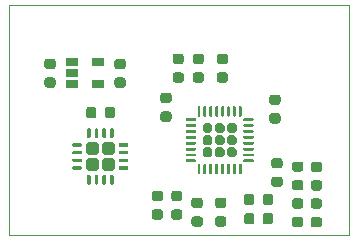
<source format=gbr>
G04 #@! TF.GenerationSoftware,KiCad,Pcbnew,5.1.9*
G04 #@! TF.CreationDate,2021-03-07T10:51:21+01:00*
G04 #@! TF.ProjectId,UniAmp,556e6941-6d70-42e6-9b69-6361645f7063,rev?*
G04 #@! TF.SameCoordinates,Original*
G04 #@! TF.FileFunction,Paste,Top*
G04 #@! TF.FilePolarity,Positive*
%FSLAX46Y46*%
G04 Gerber Fmt 4.6, Leading zero omitted, Abs format (unit mm)*
G04 Created by KiCad (PCBNEW 5.1.9) date 2021-03-07 10:51:21*
%MOMM*%
%LPD*%
G01*
G04 APERTURE LIST*
G04 #@! TA.AperFunction,Profile*
%ADD10C,0.050000*%
G04 #@! TD*
%ADD11R,1.060000X0.650000*%
G04 APERTURE END LIST*
D10*
X113010000Y-56530000D02*
X113010000Y-75960000D01*
X141850000Y-56530000D02*
X113010000Y-56530000D01*
X141850000Y-75960000D02*
X141850000Y-56530000D01*
X113010000Y-75960000D02*
X141850000Y-75960000D01*
G36*
G01*
X126053750Y-63925000D02*
X126566250Y-63925000D01*
G75*
G02*
X126785000Y-64143750I0J-218750D01*
G01*
X126785000Y-64581250D01*
G75*
G02*
X126566250Y-64800000I-218750J0D01*
G01*
X126053750Y-64800000D01*
G75*
G02*
X125835000Y-64581250I0J218750D01*
G01*
X125835000Y-64143750D01*
G75*
G02*
X126053750Y-63925000I218750J0D01*
G01*
G37*
G36*
G01*
X126053750Y-65500000D02*
X126566250Y-65500000D01*
G75*
G02*
X126785000Y-65718750I0J-218750D01*
G01*
X126785000Y-66156250D01*
G75*
G02*
X126566250Y-66375000I-218750J0D01*
G01*
X126053750Y-66375000D01*
G75*
G02*
X125835000Y-66156250I0J218750D01*
G01*
X125835000Y-65718750D01*
G75*
G02*
X126053750Y-65500000I218750J0D01*
G01*
G37*
G36*
G01*
X122005000Y-65343750D02*
X122005000Y-65856250D01*
G75*
G02*
X121786250Y-66075000I-218750J0D01*
G01*
X121348750Y-66075000D01*
G75*
G02*
X121130000Y-65856250I0J218750D01*
G01*
X121130000Y-65343750D01*
G75*
G02*
X121348750Y-65125000I218750J0D01*
G01*
X121786250Y-65125000D01*
G75*
G02*
X122005000Y-65343750I0J-218750D01*
G01*
G37*
G36*
G01*
X120430000Y-65343750D02*
X120430000Y-65856250D01*
G75*
G02*
X120211250Y-66075000I-218750J0D01*
G01*
X119773750Y-66075000D01*
G75*
G02*
X119555000Y-65856250I0J218750D01*
G01*
X119555000Y-65343750D01*
G75*
G02*
X119773750Y-65125000I218750J0D01*
G01*
X120211250Y-65125000D01*
G75*
G02*
X120430000Y-65343750I0J-218750D01*
G01*
G37*
G36*
G01*
X127093750Y-62197500D02*
X127606250Y-62197500D01*
G75*
G02*
X127825000Y-62416250I0J-218750D01*
G01*
X127825000Y-62853750D01*
G75*
G02*
X127606250Y-63072500I-218750J0D01*
G01*
X127093750Y-63072500D01*
G75*
G02*
X126875000Y-62853750I0J218750D01*
G01*
X126875000Y-62416250D01*
G75*
G02*
X127093750Y-62197500I218750J0D01*
G01*
G37*
G36*
G01*
X127093750Y-60622500D02*
X127606250Y-60622500D01*
G75*
G02*
X127825000Y-60841250I0J-218750D01*
G01*
X127825000Y-61278750D01*
G75*
G02*
X127606250Y-61497500I-218750J0D01*
G01*
X127093750Y-61497500D01*
G75*
G02*
X126875000Y-61278750I0J218750D01*
G01*
X126875000Y-60841250D01*
G75*
G02*
X127093750Y-60622500I218750J0D01*
G01*
G37*
G36*
G01*
X128693750Y-72812500D02*
X129206250Y-72812500D01*
G75*
G02*
X129425000Y-73031250I0J-218750D01*
G01*
X129425000Y-73468750D01*
G75*
G02*
X129206250Y-73687500I-218750J0D01*
G01*
X128693750Y-73687500D01*
G75*
G02*
X128475000Y-73468750I0J218750D01*
G01*
X128475000Y-73031250D01*
G75*
G02*
X128693750Y-72812500I218750J0D01*
G01*
G37*
G36*
G01*
X128693750Y-74387500D02*
X129206250Y-74387500D01*
G75*
G02*
X129425000Y-74606250I0J-218750D01*
G01*
X129425000Y-75043750D01*
G75*
G02*
X129206250Y-75262500I-218750J0D01*
G01*
X128693750Y-75262500D01*
G75*
G02*
X128475000Y-75043750I0J218750D01*
G01*
X128475000Y-74606250D01*
G75*
G02*
X128693750Y-74387500I218750J0D01*
G01*
G37*
G36*
G01*
X128793750Y-62197500D02*
X129306250Y-62197500D01*
G75*
G02*
X129525000Y-62416250I0J-218750D01*
G01*
X129525000Y-62853750D01*
G75*
G02*
X129306250Y-63072500I-218750J0D01*
G01*
X128793750Y-63072500D01*
G75*
G02*
X128575000Y-62853750I0J218750D01*
G01*
X128575000Y-62416250D01*
G75*
G02*
X128793750Y-62197500I218750J0D01*
G01*
G37*
G36*
G01*
X128793750Y-60622500D02*
X129306250Y-60622500D01*
G75*
G02*
X129525000Y-60841250I0J-218750D01*
G01*
X129525000Y-61278750D01*
G75*
G02*
X129306250Y-61497500I-218750J0D01*
G01*
X128793750Y-61497500D01*
G75*
G02*
X128575000Y-61278750I0J218750D01*
G01*
X128575000Y-60841250D01*
G75*
G02*
X128793750Y-60622500I218750J0D01*
G01*
G37*
G36*
G01*
X130833750Y-60622500D02*
X131346250Y-60622500D01*
G75*
G02*
X131565000Y-60841250I0J-218750D01*
G01*
X131565000Y-61278750D01*
G75*
G02*
X131346250Y-61497500I-218750J0D01*
G01*
X130833750Y-61497500D01*
G75*
G02*
X130615000Y-61278750I0J218750D01*
G01*
X130615000Y-60841250D01*
G75*
G02*
X130833750Y-60622500I218750J0D01*
G01*
G37*
G36*
G01*
X130833750Y-62197500D02*
X131346250Y-62197500D01*
G75*
G02*
X131565000Y-62416250I0J-218750D01*
G01*
X131565000Y-62853750D01*
G75*
G02*
X131346250Y-63072500I-218750J0D01*
G01*
X130833750Y-63072500D01*
G75*
G02*
X130615000Y-62853750I0J218750D01*
G01*
X130615000Y-62416250D01*
G75*
G02*
X130833750Y-62197500I218750J0D01*
G01*
G37*
G36*
G01*
X130693750Y-74387500D02*
X131206250Y-74387500D01*
G75*
G02*
X131425000Y-74606250I0J-218750D01*
G01*
X131425000Y-75043750D01*
G75*
G02*
X131206250Y-75262500I-218750J0D01*
G01*
X130693750Y-75262500D01*
G75*
G02*
X130475000Y-75043750I0J218750D01*
G01*
X130475000Y-74606250D01*
G75*
G02*
X130693750Y-74387500I218750J0D01*
G01*
G37*
G36*
G01*
X130693750Y-72812500D02*
X131206250Y-72812500D01*
G75*
G02*
X131425000Y-73031250I0J-218750D01*
G01*
X131425000Y-73468750D01*
G75*
G02*
X131206250Y-73687500I-218750J0D01*
G01*
X130693750Y-73687500D01*
G75*
G02*
X130475000Y-73468750I0J218750D01*
G01*
X130475000Y-73031250D01*
G75*
G02*
X130693750Y-72812500I218750J0D01*
G01*
G37*
G36*
G01*
X135283750Y-64077500D02*
X135796250Y-64077500D01*
G75*
G02*
X136015000Y-64296250I0J-218750D01*
G01*
X136015000Y-64733750D01*
G75*
G02*
X135796250Y-64952500I-218750J0D01*
G01*
X135283750Y-64952500D01*
G75*
G02*
X135065000Y-64733750I0J218750D01*
G01*
X135065000Y-64296250D01*
G75*
G02*
X135283750Y-64077500I218750J0D01*
G01*
G37*
G36*
G01*
X135283750Y-65652500D02*
X135796250Y-65652500D01*
G75*
G02*
X136015000Y-65871250I0J-218750D01*
G01*
X136015000Y-66308750D01*
G75*
G02*
X135796250Y-66527500I-218750J0D01*
G01*
X135283750Y-66527500D01*
G75*
G02*
X135065000Y-66308750I0J218750D01*
G01*
X135065000Y-65871250D01*
G75*
G02*
X135283750Y-65652500I218750J0D01*
G01*
G37*
G36*
G01*
X135453750Y-71027500D02*
X135966250Y-71027500D01*
G75*
G02*
X136185000Y-71246250I0J-218750D01*
G01*
X136185000Y-71683750D01*
G75*
G02*
X135966250Y-71902500I-218750J0D01*
G01*
X135453750Y-71902500D01*
G75*
G02*
X135235000Y-71683750I0J218750D01*
G01*
X135235000Y-71246250D01*
G75*
G02*
X135453750Y-71027500I218750J0D01*
G01*
G37*
G36*
G01*
X135453750Y-69452500D02*
X135966250Y-69452500D01*
G75*
G02*
X136185000Y-69671250I0J-218750D01*
G01*
X136185000Y-70108750D01*
G75*
G02*
X135966250Y-70327500I-218750J0D01*
G01*
X135453750Y-70327500D01*
G75*
G02*
X135235000Y-70108750I0J218750D01*
G01*
X135235000Y-69671250D01*
G75*
G02*
X135453750Y-69452500I218750J0D01*
G01*
G37*
G36*
G01*
X133802500Y-72703750D02*
X133802500Y-73216250D01*
G75*
G02*
X133583750Y-73435000I-218750J0D01*
G01*
X133146250Y-73435000D01*
G75*
G02*
X132927500Y-73216250I0J218750D01*
G01*
X132927500Y-72703750D01*
G75*
G02*
X133146250Y-72485000I218750J0D01*
G01*
X133583750Y-72485000D01*
G75*
G02*
X133802500Y-72703750I0J-218750D01*
G01*
G37*
G36*
G01*
X135377500Y-72703750D02*
X135377500Y-73216250D01*
G75*
G02*
X135158750Y-73435000I-218750J0D01*
G01*
X134721250Y-73435000D01*
G75*
G02*
X134502500Y-73216250I0J218750D01*
G01*
X134502500Y-72703750D01*
G75*
G02*
X134721250Y-72485000I218750J0D01*
G01*
X135158750Y-72485000D01*
G75*
G02*
X135377500Y-72703750I0J-218750D01*
G01*
G37*
G36*
G01*
X135377500Y-74323750D02*
X135377500Y-74836250D01*
G75*
G02*
X135158750Y-75055000I-218750J0D01*
G01*
X134721250Y-75055000D01*
G75*
G02*
X134502500Y-74836250I0J218750D01*
G01*
X134502500Y-74323750D01*
G75*
G02*
X134721250Y-74105000I218750J0D01*
G01*
X135158750Y-74105000D01*
G75*
G02*
X135377500Y-74323750I0J-218750D01*
G01*
G37*
G36*
G01*
X133802500Y-74323750D02*
X133802500Y-74836250D01*
G75*
G02*
X133583750Y-75055000I-218750J0D01*
G01*
X133146250Y-75055000D01*
G75*
G02*
X132927500Y-74836250I0J218750D01*
G01*
X132927500Y-74323750D01*
G75*
G02*
X133146250Y-74105000I218750J0D01*
G01*
X133583750Y-74105000D01*
G75*
G02*
X133802500Y-74323750I0J-218750D01*
G01*
G37*
G36*
G01*
X116243750Y-62617500D02*
X116756250Y-62617500D01*
G75*
G02*
X116975000Y-62836250I0J-218750D01*
G01*
X116975000Y-63273750D01*
G75*
G02*
X116756250Y-63492500I-218750J0D01*
G01*
X116243750Y-63492500D01*
G75*
G02*
X116025000Y-63273750I0J218750D01*
G01*
X116025000Y-62836250D01*
G75*
G02*
X116243750Y-62617500I218750J0D01*
G01*
G37*
G36*
G01*
X116243750Y-61042500D02*
X116756250Y-61042500D01*
G75*
G02*
X116975000Y-61261250I0J-218750D01*
G01*
X116975000Y-61698750D01*
G75*
G02*
X116756250Y-61917500I-218750J0D01*
G01*
X116243750Y-61917500D01*
G75*
G02*
X116025000Y-61698750I0J218750D01*
G01*
X116025000Y-61261250D01*
G75*
G02*
X116243750Y-61042500I218750J0D01*
G01*
G37*
G36*
G01*
X122173750Y-61052500D02*
X122686250Y-61052500D01*
G75*
G02*
X122905000Y-61271250I0J-218750D01*
G01*
X122905000Y-61708750D01*
G75*
G02*
X122686250Y-61927500I-218750J0D01*
G01*
X122173750Y-61927500D01*
G75*
G02*
X121955000Y-61708750I0J218750D01*
G01*
X121955000Y-61271250D01*
G75*
G02*
X122173750Y-61052500I218750J0D01*
G01*
G37*
G36*
G01*
X122173750Y-62627500D02*
X122686250Y-62627500D01*
G75*
G02*
X122905000Y-62846250I0J-218750D01*
G01*
X122905000Y-63283750D01*
G75*
G02*
X122686250Y-63502500I-218750J0D01*
G01*
X122173750Y-63502500D01*
G75*
G02*
X121955000Y-63283750I0J218750D01*
G01*
X121955000Y-62846250D01*
G75*
G02*
X122173750Y-62627500I218750J0D01*
G01*
G37*
G36*
G01*
X125846250Y-73090000D02*
X125333750Y-73090000D01*
G75*
G02*
X125115000Y-72871250I0J218750D01*
G01*
X125115000Y-72433750D01*
G75*
G02*
X125333750Y-72215000I218750J0D01*
G01*
X125846250Y-72215000D01*
G75*
G02*
X126065000Y-72433750I0J-218750D01*
G01*
X126065000Y-72871250D01*
G75*
G02*
X125846250Y-73090000I-218750J0D01*
G01*
G37*
G36*
G01*
X125846250Y-74665000D02*
X125333750Y-74665000D01*
G75*
G02*
X125115000Y-74446250I0J218750D01*
G01*
X125115000Y-74008750D01*
G75*
G02*
X125333750Y-73790000I218750J0D01*
G01*
X125846250Y-73790000D01*
G75*
G02*
X126065000Y-74008750I0J-218750D01*
G01*
X126065000Y-74446250D01*
G75*
G02*
X125846250Y-74665000I-218750J0D01*
G01*
G37*
G36*
G01*
X126973750Y-72225000D02*
X127486250Y-72225000D01*
G75*
G02*
X127705000Y-72443750I0J-218750D01*
G01*
X127705000Y-72881250D01*
G75*
G02*
X127486250Y-73100000I-218750J0D01*
G01*
X126973750Y-73100000D01*
G75*
G02*
X126755000Y-72881250I0J218750D01*
G01*
X126755000Y-72443750D01*
G75*
G02*
X126973750Y-72225000I218750J0D01*
G01*
G37*
G36*
G01*
X126973750Y-73800000D02*
X127486250Y-73800000D01*
G75*
G02*
X127705000Y-74018750I0J-218750D01*
G01*
X127705000Y-74456250D01*
G75*
G02*
X127486250Y-74675000I-218750J0D01*
G01*
X126973750Y-74675000D01*
G75*
G02*
X126755000Y-74456250I0J218750D01*
G01*
X126755000Y-74018750D01*
G75*
G02*
X126973750Y-73800000I218750J0D01*
G01*
G37*
G36*
G01*
X137716250Y-70617500D02*
X137203750Y-70617500D01*
G75*
G02*
X136985000Y-70398750I0J218750D01*
G01*
X136985000Y-69961250D01*
G75*
G02*
X137203750Y-69742500I218750J0D01*
G01*
X137716250Y-69742500D01*
G75*
G02*
X137935000Y-69961250I0J-218750D01*
G01*
X137935000Y-70398750D01*
G75*
G02*
X137716250Y-70617500I-218750J0D01*
G01*
G37*
G36*
G01*
X137716250Y-72192500D02*
X137203750Y-72192500D01*
G75*
G02*
X136985000Y-71973750I0J218750D01*
G01*
X136985000Y-71536250D01*
G75*
G02*
X137203750Y-71317500I218750J0D01*
G01*
X137716250Y-71317500D01*
G75*
G02*
X137935000Y-71536250I0J-218750D01*
G01*
X137935000Y-71973750D01*
G75*
G02*
X137716250Y-72192500I-218750J0D01*
G01*
G37*
G36*
G01*
X137203750Y-72852500D02*
X137716250Y-72852500D01*
G75*
G02*
X137935000Y-73071250I0J-218750D01*
G01*
X137935000Y-73508750D01*
G75*
G02*
X137716250Y-73727500I-218750J0D01*
G01*
X137203750Y-73727500D01*
G75*
G02*
X136985000Y-73508750I0J218750D01*
G01*
X136985000Y-73071250D01*
G75*
G02*
X137203750Y-72852500I218750J0D01*
G01*
G37*
G36*
G01*
X137203750Y-74427500D02*
X137716250Y-74427500D01*
G75*
G02*
X137935000Y-74646250I0J-218750D01*
G01*
X137935000Y-75083750D01*
G75*
G02*
X137716250Y-75302500I-218750J0D01*
G01*
X137203750Y-75302500D01*
G75*
G02*
X136985000Y-75083750I0J218750D01*
G01*
X136985000Y-74646250D01*
G75*
G02*
X137203750Y-74427500I218750J0D01*
G01*
G37*
G36*
G01*
X138803750Y-69752500D02*
X139316250Y-69752500D01*
G75*
G02*
X139535000Y-69971250I0J-218750D01*
G01*
X139535000Y-70408750D01*
G75*
G02*
X139316250Y-70627500I-218750J0D01*
G01*
X138803750Y-70627500D01*
G75*
G02*
X138585000Y-70408750I0J218750D01*
G01*
X138585000Y-69971250D01*
G75*
G02*
X138803750Y-69752500I218750J0D01*
G01*
G37*
G36*
G01*
X138803750Y-71327500D02*
X139316250Y-71327500D01*
G75*
G02*
X139535000Y-71546250I0J-218750D01*
G01*
X139535000Y-71983750D01*
G75*
G02*
X139316250Y-72202500I-218750J0D01*
G01*
X138803750Y-72202500D01*
G75*
G02*
X138585000Y-71983750I0J218750D01*
G01*
X138585000Y-71546250D01*
G75*
G02*
X138803750Y-71327500I218750J0D01*
G01*
G37*
G36*
G01*
X139306250Y-73747500D02*
X138793750Y-73747500D01*
G75*
G02*
X138575000Y-73528750I0J218750D01*
G01*
X138575000Y-73091250D01*
G75*
G02*
X138793750Y-72872500I218750J0D01*
G01*
X139306250Y-72872500D01*
G75*
G02*
X139525000Y-73091250I0J-218750D01*
G01*
X139525000Y-73528750D01*
G75*
G02*
X139306250Y-73747500I-218750J0D01*
G01*
G37*
G36*
G01*
X139306250Y-75322500D02*
X138793750Y-75322500D01*
G75*
G02*
X138575000Y-75103750I0J218750D01*
G01*
X138575000Y-74666250D01*
G75*
G02*
X138793750Y-74447500I218750J0D01*
G01*
X139306250Y-74447500D01*
G75*
G02*
X139525000Y-74666250I0J-218750D01*
G01*
X139525000Y-75103750D01*
G75*
G02*
X139306250Y-75322500I-218750J0D01*
G01*
G37*
G36*
G01*
X119540000Y-68940000D02*
X119540000Y-68350000D01*
G75*
G02*
X119790000Y-68100000I250000J0D01*
G01*
X120380000Y-68100000D01*
G75*
G02*
X120630000Y-68350000I0J-250000D01*
G01*
X120630000Y-68940000D01*
G75*
G02*
X120380000Y-69190000I-250000J0D01*
G01*
X119790000Y-69190000D01*
G75*
G02*
X119540000Y-68940000I0J250000D01*
G01*
G37*
G36*
G01*
X119540000Y-70290000D02*
X119540000Y-69700000D01*
G75*
G02*
X119790000Y-69450000I250000J0D01*
G01*
X120380000Y-69450000D01*
G75*
G02*
X120630000Y-69700000I0J-250000D01*
G01*
X120630000Y-70290000D01*
G75*
G02*
X120380000Y-70540000I-250000J0D01*
G01*
X119790000Y-70540000D01*
G75*
G02*
X119540000Y-70290000I0J250000D01*
G01*
G37*
G36*
G01*
X120890000Y-68940000D02*
X120890000Y-68350000D01*
G75*
G02*
X121140000Y-68100000I250000J0D01*
G01*
X121730000Y-68100000D01*
G75*
G02*
X121980000Y-68350000I0J-250000D01*
G01*
X121980000Y-68940000D01*
G75*
G02*
X121730000Y-69190000I-250000J0D01*
G01*
X121140000Y-69190000D01*
G75*
G02*
X120890000Y-68940000I0J250000D01*
G01*
G37*
G36*
G01*
X120890000Y-70290000D02*
X120890000Y-69700000D01*
G75*
G02*
X121140000Y-69450000I250000J0D01*
G01*
X121730000Y-69450000D01*
G75*
G02*
X121980000Y-69700000I0J-250000D01*
G01*
X121980000Y-70290000D01*
G75*
G02*
X121730000Y-70540000I-250000J0D01*
G01*
X121140000Y-70540000D01*
G75*
G02*
X120890000Y-70290000I0J250000D01*
G01*
G37*
G36*
G01*
X118385000Y-68420000D02*
X118385000Y-68270000D01*
G75*
G02*
X118460000Y-68195000I75000J0D01*
G01*
X119135000Y-68195000D01*
G75*
G02*
X119210000Y-68270000I0J-75000D01*
G01*
X119210000Y-68420000D01*
G75*
G02*
X119135000Y-68495000I-75000J0D01*
G01*
X118460000Y-68495000D01*
G75*
G02*
X118385000Y-68420000I0J75000D01*
G01*
G37*
G36*
G01*
X118385000Y-69070000D02*
X118385000Y-68920000D01*
G75*
G02*
X118460000Y-68845000I75000J0D01*
G01*
X119135000Y-68845000D01*
G75*
G02*
X119210000Y-68920000I0J-75000D01*
G01*
X119210000Y-69070000D01*
G75*
G02*
X119135000Y-69145000I-75000J0D01*
G01*
X118460000Y-69145000D01*
G75*
G02*
X118385000Y-69070000I0J75000D01*
G01*
G37*
G36*
G01*
X118385000Y-69720000D02*
X118385000Y-69570000D01*
G75*
G02*
X118460000Y-69495000I75000J0D01*
G01*
X119135000Y-69495000D01*
G75*
G02*
X119210000Y-69570000I0J-75000D01*
G01*
X119210000Y-69720000D01*
G75*
G02*
X119135000Y-69795000I-75000J0D01*
G01*
X118460000Y-69795000D01*
G75*
G02*
X118385000Y-69720000I0J75000D01*
G01*
G37*
G36*
G01*
X118385000Y-70370000D02*
X118385000Y-70220000D01*
G75*
G02*
X118460000Y-70145000I75000J0D01*
G01*
X119135000Y-70145000D01*
G75*
G02*
X119210000Y-70220000I0J-75000D01*
G01*
X119210000Y-70370000D01*
G75*
G02*
X119135000Y-70445000I-75000J0D01*
G01*
X118460000Y-70445000D01*
G75*
G02*
X118385000Y-70370000I0J75000D01*
G01*
G37*
G36*
G01*
X119635000Y-71620000D02*
X119635000Y-70945000D01*
G75*
G02*
X119710000Y-70870000I75000J0D01*
G01*
X119860000Y-70870000D01*
G75*
G02*
X119935000Y-70945000I0J-75000D01*
G01*
X119935000Y-71620000D01*
G75*
G02*
X119860000Y-71695000I-75000J0D01*
G01*
X119710000Y-71695000D01*
G75*
G02*
X119635000Y-71620000I0J75000D01*
G01*
G37*
G36*
G01*
X120285000Y-71620000D02*
X120285000Y-70945000D01*
G75*
G02*
X120360000Y-70870000I75000J0D01*
G01*
X120510000Y-70870000D01*
G75*
G02*
X120585000Y-70945000I0J-75000D01*
G01*
X120585000Y-71620000D01*
G75*
G02*
X120510000Y-71695000I-75000J0D01*
G01*
X120360000Y-71695000D01*
G75*
G02*
X120285000Y-71620000I0J75000D01*
G01*
G37*
G36*
G01*
X120935000Y-71620000D02*
X120935000Y-70945000D01*
G75*
G02*
X121010000Y-70870000I75000J0D01*
G01*
X121160000Y-70870000D01*
G75*
G02*
X121235000Y-70945000I0J-75000D01*
G01*
X121235000Y-71620000D01*
G75*
G02*
X121160000Y-71695000I-75000J0D01*
G01*
X121010000Y-71695000D01*
G75*
G02*
X120935000Y-71620000I0J75000D01*
G01*
G37*
G36*
G01*
X121585000Y-71620000D02*
X121585000Y-70945000D01*
G75*
G02*
X121660000Y-70870000I75000J0D01*
G01*
X121810000Y-70870000D01*
G75*
G02*
X121885000Y-70945000I0J-75000D01*
G01*
X121885000Y-71620000D01*
G75*
G02*
X121810000Y-71695000I-75000J0D01*
G01*
X121660000Y-71695000D01*
G75*
G02*
X121585000Y-71620000I0J75000D01*
G01*
G37*
G36*
G01*
X122310000Y-70370000D02*
X122310000Y-70220000D01*
G75*
G02*
X122385000Y-70145000I75000J0D01*
G01*
X123060000Y-70145000D01*
G75*
G02*
X123135000Y-70220000I0J-75000D01*
G01*
X123135000Y-70370000D01*
G75*
G02*
X123060000Y-70445000I-75000J0D01*
G01*
X122385000Y-70445000D01*
G75*
G02*
X122310000Y-70370000I0J75000D01*
G01*
G37*
G36*
G01*
X122310000Y-69720000D02*
X122310000Y-69570000D01*
G75*
G02*
X122385000Y-69495000I75000J0D01*
G01*
X123060000Y-69495000D01*
G75*
G02*
X123135000Y-69570000I0J-75000D01*
G01*
X123135000Y-69720000D01*
G75*
G02*
X123060000Y-69795000I-75000J0D01*
G01*
X122385000Y-69795000D01*
G75*
G02*
X122310000Y-69720000I0J75000D01*
G01*
G37*
G36*
G01*
X122310000Y-69070000D02*
X122310000Y-68920000D01*
G75*
G02*
X122385000Y-68845000I75000J0D01*
G01*
X123060000Y-68845000D01*
G75*
G02*
X123135000Y-68920000I0J-75000D01*
G01*
X123135000Y-69070000D01*
G75*
G02*
X123060000Y-69145000I-75000J0D01*
G01*
X122385000Y-69145000D01*
G75*
G02*
X122310000Y-69070000I0J75000D01*
G01*
G37*
G36*
G01*
X122310000Y-68420000D02*
X122310000Y-68270000D01*
G75*
G02*
X122385000Y-68195000I75000J0D01*
G01*
X123060000Y-68195000D01*
G75*
G02*
X123135000Y-68270000I0J-75000D01*
G01*
X123135000Y-68420000D01*
G75*
G02*
X123060000Y-68495000I-75000J0D01*
G01*
X122385000Y-68495000D01*
G75*
G02*
X122310000Y-68420000I0J75000D01*
G01*
G37*
G36*
G01*
X121585000Y-67695000D02*
X121585000Y-67020000D01*
G75*
G02*
X121660000Y-66945000I75000J0D01*
G01*
X121810000Y-66945000D01*
G75*
G02*
X121885000Y-67020000I0J-75000D01*
G01*
X121885000Y-67695000D01*
G75*
G02*
X121810000Y-67770000I-75000J0D01*
G01*
X121660000Y-67770000D01*
G75*
G02*
X121585000Y-67695000I0J75000D01*
G01*
G37*
G36*
G01*
X120935000Y-67695000D02*
X120935000Y-67020000D01*
G75*
G02*
X121010000Y-66945000I75000J0D01*
G01*
X121160000Y-66945000D01*
G75*
G02*
X121235000Y-67020000I0J-75000D01*
G01*
X121235000Y-67695000D01*
G75*
G02*
X121160000Y-67770000I-75000J0D01*
G01*
X121010000Y-67770000D01*
G75*
G02*
X120935000Y-67695000I0J75000D01*
G01*
G37*
G36*
G01*
X120285000Y-67695000D02*
X120285000Y-67020000D01*
G75*
G02*
X120360000Y-66945000I75000J0D01*
G01*
X120510000Y-66945000D01*
G75*
G02*
X120585000Y-67020000I0J-75000D01*
G01*
X120585000Y-67695000D01*
G75*
G02*
X120510000Y-67770000I-75000J0D01*
G01*
X120360000Y-67770000D01*
G75*
G02*
X120285000Y-67695000I0J75000D01*
G01*
G37*
G36*
G01*
X119635000Y-67695000D02*
X119635000Y-67020000D01*
G75*
G02*
X119710000Y-66945000I75000J0D01*
G01*
X119860000Y-66945000D01*
G75*
G02*
X119935000Y-67020000I0J-75000D01*
G01*
X119935000Y-67695000D01*
G75*
G02*
X119860000Y-67770000I-75000J0D01*
G01*
X119710000Y-67770000D01*
G75*
G02*
X119635000Y-67695000I0J75000D01*
G01*
G37*
G36*
G01*
X129415000Y-67117500D02*
X129415000Y-66702500D01*
G75*
G02*
X129622500Y-66495000I207500J0D01*
G01*
X130037500Y-66495000D01*
G75*
G02*
X130245000Y-66702500I0J-207500D01*
G01*
X130245000Y-67117500D01*
G75*
G02*
X130037500Y-67325000I-207500J0D01*
G01*
X129622500Y-67325000D01*
G75*
G02*
X129415000Y-67117500I0J207500D01*
G01*
G37*
G36*
G01*
X129415000Y-68147500D02*
X129415000Y-67732500D01*
G75*
G02*
X129622500Y-67525000I207500J0D01*
G01*
X130037500Y-67525000D01*
G75*
G02*
X130245000Y-67732500I0J-207500D01*
G01*
X130245000Y-68147500D01*
G75*
G02*
X130037500Y-68355000I-207500J0D01*
G01*
X129622500Y-68355000D01*
G75*
G02*
X129415000Y-68147500I0J207500D01*
G01*
G37*
G36*
G01*
X129415000Y-69177500D02*
X129415000Y-68762500D01*
G75*
G02*
X129622500Y-68555000I207500J0D01*
G01*
X130037500Y-68555000D01*
G75*
G02*
X130245000Y-68762500I0J-207500D01*
G01*
X130245000Y-69177500D01*
G75*
G02*
X130037500Y-69385000I-207500J0D01*
G01*
X129622500Y-69385000D01*
G75*
G02*
X129415000Y-69177500I0J207500D01*
G01*
G37*
G36*
G01*
X130445000Y-67117500D02*
X130445000Y-66702500D01*
G75*
G02*
X130652500Y-66495000I207500J0D01*
G01*
X131067500Y-66495000D01*
G75*
G02*
X131275000Y-66702500I0J-207500D01*
G01*
X131275000Y-67117500D01*
G75*
G02*
X131067500Y-67325000I-207500J0D01*
G01*
X130652500Y-67325000D01*
G75*
G02*
X130445000Y-67117500I0J207500D01*
G01*
G37*
G36*
G01*
X130445000Y-68147500D02*
X130445000Y-67732500D01*
G75*
G02*
X130652500Y-67525000I207500J0D01*
G01*
X131067500Y-67525000D01*
G75*
G02*
X131275000Y-67732500I0J-207500D01*
G01*
X131275000Y-68147500D01*
G75*
G02*
X131067500Y-68355000I-207500J0D01*
G01*
X130652500Y-68355000D01*
G75*
G02*
X130445000Y-68147500I0J207500D01*
G01*
G37*
G36*
G01*
X130445000Y-69177500D02*
X130445000Y-68762500D01*
G75*
G02*
X130652500Y-68555000I207500J0D01*
G01*
X131067500Y-68555000D01*
G75*
G02*
X131275000Y-68762500I0J-207500D01*
G01*
X131275000Y-69177500D01*
G75*
G02*
X131067500Y-69385000I-207500J0D01*
G01*
X130652500Y-69385000D01*
G75*
G02*
X130445000Y-69177500I0J207500D01*
G01*
G37*
G36*
G01*
X131475000Y-67117500D02*
X131475000Y-66702500D01*
G75*
G02*
X131682500Y-66495000I207500J0D01*
G01*
X132097500Y-66495000D01*
G75*
G02*
X132305000Y-66702500I0J-207500D01*
G01*
X132305000Y-67117500D01*
G75*
G02*
X132097500Y-67325000I-207500J0D01*
G01*
X131682500Y-67325000D01*
G75*
G02*
X131475000Y-67117500I0J207500D01*
G01*
G37*
G36*
G01*
X131475000Y-68147500D02*
X131475000Y-67732500D01*
G75*
G02*
X131682500Y-67525000I207500J0D01*
G01*
X132097500Y-67525000D01*
G75*
G02*
X132305000Y-67732500I0J-207500D01*
G01*
X132305000Y-68147500D01*
G75*
G02*
X132097500Y-68355000I-207500J0D01*
G01*
X131682500Y-68355000D01*
G75*
G02*
X131475000Y-68147500I0J207500D01*
G01*
G37*
G36*
G01*
X131475000Y-69177500D02*
X131475000Y-68762500D01*
G75*
G02*
X131682500Y-68555000I207500J0D01*
G01*
X132097500Y-68555000D01*
G75*
G02*
X132305000Y-68762500I0J-207500D01*
G01*
X132305000Y-69177500D01*
G75*
G02*
X132097500Y-69385000I-207500J0D01*
G01*
X131682500Y-69385000D01*
G75*
G02*
X131475000Y-69177500I0J207500D01*
G01*
G37*
G36*
G01*
X127985000Y-66252500D02*
X127985000Y-66127500D01*
G75*
G02*
X128047500Y-66065000I62500J0D01*
G01*
X128797500Y-66065000D01*
G75*
G02*
X128860000Y-66127500I0J-62500D01*
G01*
X128860000Y-66252500D01*
G75*
G02*
X128797500Y-66315000I-62500J0D01*
G01*
X128047500Y-66315000D01*
G75*
G02*
X127985000Y-66252500I0J62500D01*
G01*
G37*
G36*
G01*
X127985000Y-66752500D02*
X127985000Y-66627500D01*
G75*
G02*
X128047500Y-66565000I62500J0D01*
G01*
X128797500Y-66565000D01*
G75*
G02*
X128860000Y-66627500I0J-62500D01*
G01*
X128860000Y-66752500D01*
G75*
G02*
X128797500Y-66815000I-62500J0D01*
G01*
X128047500Y-66815000D01*
G75*
G02*
X127985000Y-66752500I0J62500D01*
G01*
G37*
G36*
G01*
X127985000Y-67252500D02*
X127985000Y-67127500D01*
G75*
G02*
X128047500Y-67065000I62500J0D01*
G01*
X128797500Y-67065000D01*
G75*
G02*
X128860000Y-67127500I0J-62500D01*
G01*
X128860000Y-67252500D01*
G75*
G02*
X128797500Y-67315000I-62500J0D01*
G01*
X128047500Y-67315000D01*
G75*
G02*
X127985000Y-67252500I0J62500D01*
G01*
G37*
G36*
G01*
X127985000Y-67752500D02*
X127985000Y-67627500D01*
G75*
G02*
X128047500Y-67565000I62500J0D01*
G01*
X128797500Y-67565000D01*
G75*
G02*
X128860000Y-67627500I0J-62500D01*
G01*
X128860000Y-67752500D01*
G75*
G02*
X128797500Y-67815000I-62500J0D01*
G01*
X128047500Y-67815000D01*
G75*
G02*
X127985000Y-67752500I0J62500D01*
G01*
G37*
G36*
G01*
X127985000Y-68252500D02*
X127985000Y-68127500D01*
G75*
G02*
X128047500Y-68065000I62500J0D01*
G01*
X128797500Y-68065000D01*
G75*
G02*
X128860000Y-68127500I0J-62500D01*
G01*
X128860000Y-68252500D01*
G75*
G02*
X128797500Y-68315000I-62500J0D01*
G01*
X128047500Y-68315000D01*
G75*
G02*
X127985000Y-68252500I0J62500D01*
G01*
G37*
G36*
G01*
X127985000Y-68752500D02*
X127985000Y-68627500D01*
G75*
G02*
X128047500Y-68565000I62500J0D01*
G01*
X128797500Y-68565000D01*
G75*
G02*
X128860000Y-68627500I0J-62500D01*
G01*
X128860000Y-68752500D01*
G75*
G02*
X128797500Y-68815000I-62500J0D01*
G01*
X128047500Y-68815000D01*
G75*
G02*
X127985000Y-68752500I0J62500D01*
G01*
G37*
G36*
G01*
X127985000Y-69252500D02*
X127985000Y-69127500D01*
G75*
G02*
X128047500Y-69065000I62500J0D01*
G01*
X128797500Y-69065000D01*
G75*
G02*
X128860000Y-69127500I0J-62500D01*
G01*
X128860000Y-69252500D01*
G75*
G02*
X128797500Y-69315000I-62500J0D01*
G01*
X128047500Y-69315000D01*
G75*
G02*
X127985000Y-69252500I0J62500D01*
G01*
G37*
G36*
G01*
X127985000Y-69752500D02*
X127985000Y-69627500D01*
G75*
G02*
X128047500Y-69565000I62500J0D01*
G01*
X128797500Y-69565000D01*
G75*
G02*
X128860000Y-69627500I0J-62500D01*
G01*
X128860000Y-69752500D01*
G75*
G02*
X128797500Y-69815000I-62500J0D01*
G01*
X128047500Y-69815000D01*
G75*
G02*
X127985000Y-69752500I0J62500D01*
G01*
G37*
G36*
G01*
X128985000Y-70752500D02*
X128985000Y-70002500D01*
G75*
G02*
X129047500Y-69940000I62500J0D01*
G01*
X129172500Y-69940000D01*
G75*
G02*
X129235000Y-70002500I0J-62500D01*
G01*
X129235000Y-70752500D01*
G75*
G02*
X129172500Y-70815000I-62500J0D01*
G01*
X129047500Y-70815000D01*
G75*
G02*
X128985000Y-70752500I0J62500D01*
G01*
G37*
G36*
G01*
X129485000Y-70752500D02*
X129485000Y-70002500D01*
G75*
G02*
X129547500Y-69940000I62500J0D01*
G01*
X129672500Y-69940000D01*
G75*
G02*
X129735000Y-70002500I0J-62500D01*
G01*
X129735000Y-70752500D01*
G75*
G02*
X129672500Y-70815000I-62500J0D01*
G01*
X129547500Y-70815000D01*
G75*
G02*
X129485000Y-70752500I0J62500D01*
G01*
G37*
G36*
G01*
X129985000Y-70752500D02*
X129985000Y-70002500D01*
G75*
G02*
X130047500Y-69940000I62500J0D01*
G01*
X130172500Y-69940000D01*
G75*
G02*
X130235000Y-70002500I0J-62500D01*
G01*
X130235000Y-70752500D01*
G75*
G02*
X130172500Y-70815000I-62500J0D01*
G01*
X130047500Y-70815000D01*
G75*
G02*
X129985000Y-70752500I0J62500D01*
G01*
G37*
G36*
G01*
X130485000Y-70752500D02*
X130485000Y-70002500D01*
G75*
G02*
X130547500Y-69940000I62500J0D01*
G01*
X130672500Y-69940000D01*
G75*
G02*
X130735000Y-70002500I0J-62500D01*
G01*
X130735000Y-70752500D01*
G75*
G02*
X130672500Y-70815000I-62500J0D01*
G01*
X130547500Y-70815000D01*
G75*
G02*
X130485000Y-70752500I0J62500D01*
G01*
G37*
G36*
G01*
X130985000Y-70752500D02*
X130985000Y-70002500D01*
G75*
G02*
X131047500Y-69940000I62500J0D01*
G01*
X131172500Y-69940000D01*
G75*
G02*
X131235000Y-70002500I0J-62500D01*
G01*
X131235000Y-70752500D01*
G75*
G02*
X131172500Y-70815000I-62500J0D01*
G01*
X131047500Y-70815000D01*
G75*
G02*
X130985000Y-70752500I0J62500D01*
G01*
G37*
G36*
G01*
X131485000Y-70752500D02*
X131485000Y-70002500D01*
G75*
G02*
X131547500Y-69940000I62500J0D01*
G01*
X131672500Y-69940000D01*
G75*
G02*
X131735000Y-70002500I0J-62500D01*
G01*
X131735000Y-70752500D01*
G75*
G02*
X131672500Y-70815000I-62500J0D01*
G01*
X131547500Y-70815000D01*
G75*
G02*
X131485000Y-70752500I0J62500D01*
G01*
G37*
G36*
G01*
X131985000Y-70752500D02*
X131985000Y-70002500D01*
G75*
G02*
X132047500Y-69940000I62500J0D01*
G01*
X132172500Y-69940000D01*
G75*
G02*
X132235000Y-70002500I0J-62500D01*
G01*
X132235000Y-70752500D01*
G75*
G02*
X132172500Y-70815000I-62500J0D01*
G01*
X132047500Y-70815000D01*
G75*
G02*
X131985000Y-70752500I0J62500D01*
G01*
G37*
G36*
G01*
X132485000Y-70752500D02*
X132485000Y-70002500D01*
G75*
G02*
X132547500Y-69940000I62500J0D01*
G01*
X132672500Y-69940000D01*
G75*
G02*
X132735000Y-70002500I0J-62500D01*
G01*
X132735000Y-70752500D01*
G75*
G02*
X132672500Y-70815000I-62500J0D01*
G01*
X132547500Y-70815000D01*
G75*
G02*
X132485000Y-70752500I0J62500D01*
G01*
G37*
G36*
G01*
X132860000Y-69752500D02*
X132860000Y-69627500D01*
G75*
G02*
X132922500Y-69565000I62500J0D01*
G01*
X133672500Y-69565000D01*
G75*
G02*
X133735000Y-69627500I0J-62500D01*
G01*
X133735000Y-69752500D01*
G75*
G02*
X133672500Y-69815000I-62500J0D01*
G01*
X132922500Y-69815000D01*
G75*
G02*
X132860000Y-69752500I0J62500D01*
G01*
G37*
G36*
G01*
X132860000Y-69252500D02*
X132860000Y-69127500D01*
G75*
G02*
X132922500Y-69065000I62500J0D01*
G01*
X133672500Y-69065000D01*
G75*
G02*
X133735000Y-69127500I0J-62500D01*
G01*
X133735000Y-69252500D01*
G75*
G02*
X133672500Y-69315000I-62500J0D01*
G01*
X132922500Y-69315000D01*
G75*
G02*
X132860000Y-69252500I0J62500D01*
G01*
G37*
G36*
G01*
X132860000Y-68752500D02*
X132860000Y-68627500D01*
G75*
G02*
X132922500Y-68565000I62500J0D01*
G01*
X133672500Y-68565000D01*
G75*
G02*
X133735000Y-68627500I0J-62500D01*
G01*
X133735000Y-68752500D01*
G75*
G02*
X133672500Y-68815000I-62500J0D01*
G01*
X132922500Y-68815000D01*
G75*
G02*
X132860000Y-68752500I0J62500D01*
G01*
G37*
G36*
G01*
X132860000Y-68252500D02*
X132860000Y-68127500D01*
G75*
G02*
X132922500Y-68065000I62500J0D01*
G01*
X133672500Y-68065000D01*
G75*
G02*
X133735000Y-68127500I0J-62500D01*
G01*
X133735000Y-68252500D01*
G75*
G02*
X133672500Y-68315000I-62500J0D01*
G01*
X132922500Y-68315000D01*
G75*
G02*
X132860000Y-68252500I0J62500D01*
G01*
G37*
G36*
G01*
X132860000Y-67752500D02*
X132860000Y-67627500D01*
G75*
G02*
X132922500Y-67565000I62500J0D01*
G01*
X133672500Y-67565000D01*
G75*
G02*
X133735000Y-67627500I0J-62500D01*
G01*
X133735000Y-67752500D01*
G75*
G02*
X133672500Y-67815000I-62500J0D01*
G01*
X132922500Y-67815000D01*
G75*
G02*
X132860000Y-67752500I0J62500D01*
G01*
G37*
G36*
G01*
X132860000Y-67252500D02*
X132860000Y-67127500D01*
G75*
G02*
X132922500Y-67065000I62500J0D01*
G01*
X133672500Y-67065000D01*
G75*
G02*
X133735000Y-67127500I0J-62500D01*
G01*
X133735000Y-67252500D01*
G75*
G02*
X133672500Y-67315000I-62500J0D01*
G01*
X132922500Y-67315000D01*
G75*
G02*
X132860000Y-67252500I0J62500D01*
G01*
G37*
G36*
G01*
X132860000Y-66752500D02*
X132860000Y-66627500D01*
G75*
G02*
X132922500Y-66565000I62500J0D01*
G01*
X133672500Y-66565000D01*
G75*
G02*
X133735000Y-66627500I0J-62500D01*
G01*
X133735000Y-66752500D01*
G75*
G02*
X133672500Y-66815000I-62500J0D01*
G01*
X132922500Y-66815000D01*
G75*
G02*
X132860000Y-66752500I0J62500D01*
G01*
G37*
G36*
G01*
X132860000Y-66252500D02*
X132860000Y-66127500D01*
G75*
G02*
X132922500Y-66065000I62500J0D01*
G01*
X133672500Y-66065000D01*
G75*
G02*
X133735000Y-66127500I0J-62500D01*
G01*
X133735000Y-66252500D01*
G75*
G02*
X133672500Y-66315000I-62500J0D01*
G01*
X132922500Y-66315000D01*
G75*
G02*
X132860000Y-66252500I0J62500D01*
G01*
G37*
G36*
G01*
X132485000Y-65877500D02*
X132485000Y-65127500D01*
G75*
G02*
X132547500Y-65065000I62500J0D01*
G01*
X132672500Y-65065000D01*
G75*
G02*
X132735000Y-65127500I0J-62500D01*
G01*
X132735000Y-65877500D01*
G75*
G02*
X132672500Y-65940000I-62500J0D01*
G01*
X132547500Y-65940000D01*
G75*
G02*
X132485000Y-65877500I0J62500D01*
G01*
G37*
G36*
G01*
X131985000Y-65877500D02*
X131985000Y-65127500D01*
G75*
G02*
X132047500Y-65065000I62500J0D01*
G01*
X132172500Y-65065000D01*
G75*
G02*
X132235000Y-65127500I0J-62500D01*
G01*
X132235000Y-65877500D01*
G75*
G02*
X132172500Y-65940000I-62500J0D01*
G01*
X132047500Y-65940000D01*
G75*
G02*
X131985000Y-65877500I0J62500D01*
G01*
G37*
G36*
G01*
X131485000Y-65877500D02*
X131485000Y-65127500D01*
G75*
G02*
X131547500Y-65065000I62500J0D01*
G01*
X131672500Y-65065000D01*
G75*
G02*
X131735000Y-65127500I0J-62500D01*
G01*
X131735000Y-65877500D01*
G75*
G02*
X131672500Y-65940000I-62500J0D01*
G01*
X131547500Y-65940000D01*
G75*
G02*
X131485000Y-65877500I0J62500D01*
G01*
G37*
G36*
G01*
X130985000Y-65877500D02*
X130985000Y-65127500D01*
G75*
G02*
X131047500Y-65065000I62500J0D01*
G01*
X131172500Y-65065000D01*
G75*
G02*
X131235000Y-65127500I0J-62500D01*
G01*
X131235000Y-65877500D01*
G75*
G02*
X131172500Y-65940000I-62500J0D01*
G01*
X131047500Y-65940000D01*
G75*
G02*
X130985000Y-65877500I0J62500D01*
G01*
G37*
G36*
G01*
X130485000Y-65877500D02*
X130485000Y-65127500D01*
G75*
G02*
X130547500Y-65065000I62500J0D01*
G01*
X130672500Y-65065000D01*
G75*
G02*
X130735000Y-65127500I0J-62500D01*
G01*
X130735000Y-65877500D01*
G75*
G02*
X130672500Y-65940000I-62500J0D01*
G01*
X130547500Y-65940000D01*
G75*
G02*
X130485000Y-65877500I0J62500D01*
G01*
G37*
G36*
G01*
X129985000Y-65877500D02*
X129985000Y-65127500D01*
G75*
G02*
X130047500Y-65065000I62500J0D01*
G01*
X130172500Y-65065000D01*
G75*
G02*
X130235000Y-65127500I0J-62500D01*
G01*
X130235000Y-65877500D01*
G75*
G02*
X130172500Y-65940000I-62500J0D01*
G01*
X130047500Y-65940000D01*
G75*
G02*
X129985000Y-65877500I0J62500D01*
G01*
G37*
G36*
G01*
X129485000Y-65877500D02*
X129485000Y-65127500D01*
G75*
G02*
X129547500Y-65065000I62500J0D01*
G01*
X129672500Y-65065000D01*
G75*
G02*
X129735000Y-65127500I0J-62500D01*
G01*
X129735000Y-65877500D01*
G75*
G02*
X129672500Y-65940000I-62500J0D01*
G01*
X129547500Y-65940000D01*
G75*
G02*
X129485000Y-65877500I0J62500D01*
G01*
G37*
G36*
G01*
X128985000Y-65877500D02*
X128985000Y-65127500D01*
G75*
G02*
X129047500Y-65065000I62500J0D01*
G01*
X129172500Y-65065000D01*
G75*
G02*
X129235000Y-65127500I0J-62500D01*
G01*
X129235000Y-65877500D01*
G75*
G02*
X129172500Y-65940000I-62500J0D01*
G01*
X129047500Y-65940000D01*
G75*
G02*
X128985000Y-65877500I0J62500D01*
G01*
G37*
D11*
X118390000Y-61310000D03*
X118390000Y-62260000D03*
X118390000Y-63210000D03*
X120590000Y-63210000D03*
X120590000Y-61310000D03*
M02*

</source>
